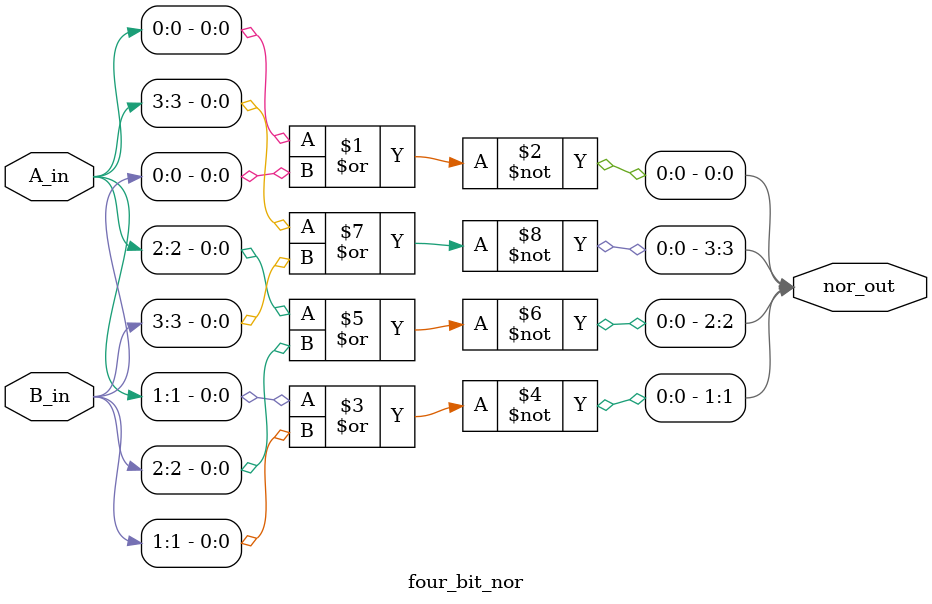
<source format=v>
`timescale 1ns / 1ps


module four_bit_nor(
    input [3:0] A_in,
    input [3:0] B_in,
    output [3:0] nor_out);
    
    nor g1(nor_out[0],A_in[0],B_in[0]);

    nor g2(nor_out[1],A_in[1],B_in[1]);

    nor g3(nor_out[2],A_in[2],B_in[2]);

    nor g4(nor_out[3],A_in[3],B_in[3]);
    
endmodule

</source>
